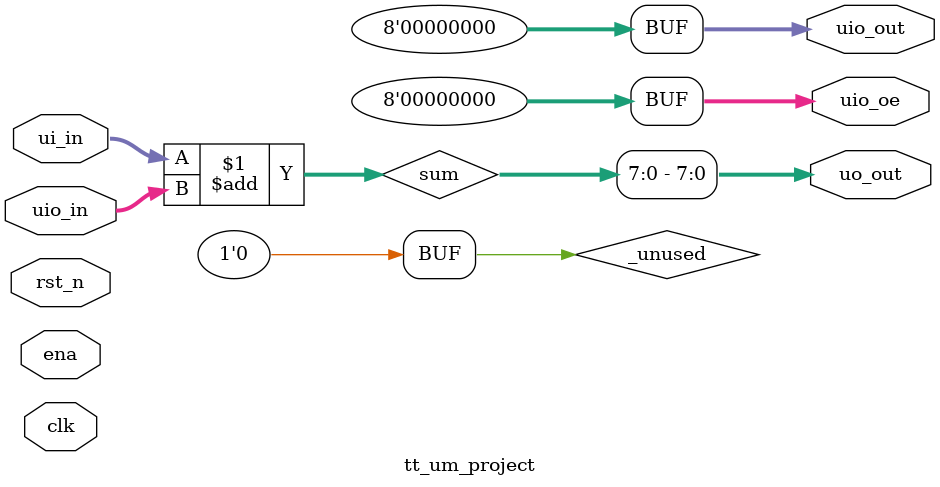
<source format=v>
/*
 * Copyright (c) 2024 Your Name
 * SPDX-License-Identifier: Apache-2.0
 */

`default_nettype none

module tt_um_project (
    input  wire [7:0] ui_in,    // Dedicated inputs
    output wire [7:0] uo_out,   // Dedicated outputs
    input  wire [7:0] uio_in,   // IOs: Input path
    output wire [7:0] uio_out,  // IOs: Output path
    output wire [7:0] uio_oe,   // IOs: Enable path (active high: 0=input, 1=output)
    input  wire       ena,      // always 1 when the design is powered, so you can ignore it
    input  wire       clk,      // clock
    input  wire       rst_n     // reset_n - low to reset
);

  wire [8:0] sum; //9 bit sum to capture carry-out

  // All output pins must be assigned. If not used, assign to 0.
  assign sum =  ui_in + uio_in; //Perform 8-bit addition
  assign uo_out = sum [7:0]; //Perform turnication
  assign uio_out = 0;
  assign uio_oe  = 0;
    

  // List all unused inputs to prevent warnings
  wire _unused = &{ena, clk, rst_n, 1'b0};

endmodule

</source>
